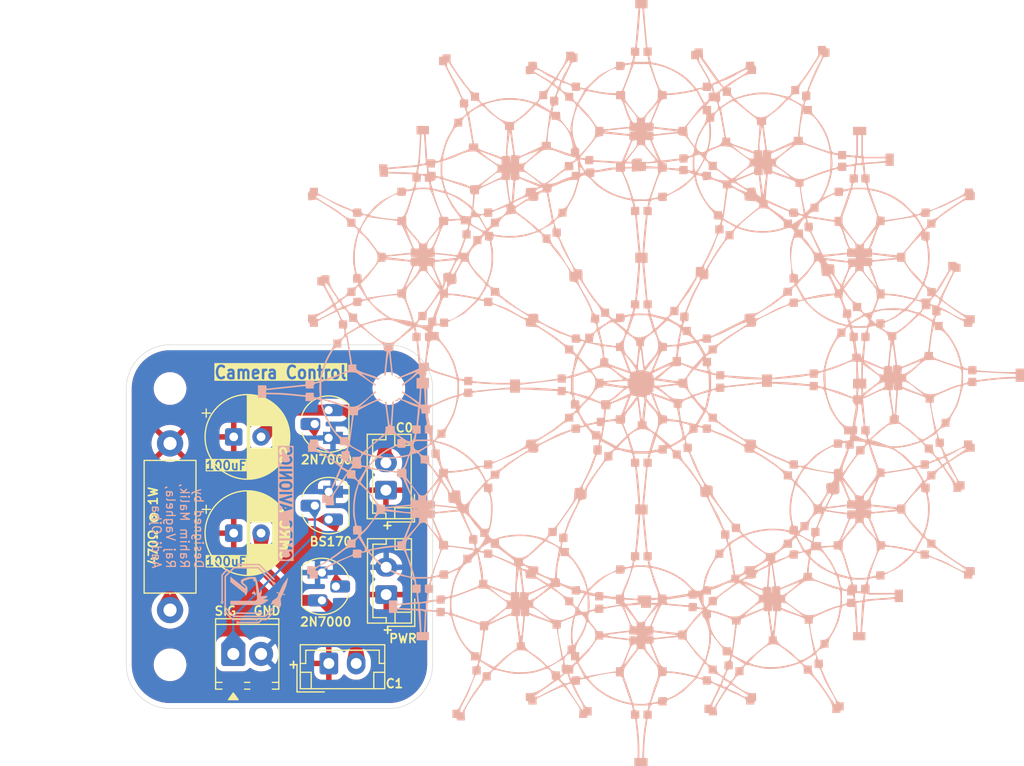
<source format=kicad_pcb>
(kicad_pcb (version 20241229) (generator "pcbnew") (generator_version "9.0")
  (layers (0 "F.Cu" signal) (2 "B.Cu" signal) (13 "F.Paste" user) (15 "B.Paste" user) (5 "F.SilkS" user "F.Silkscreen") (7 "B.SilkS" user "B.Silkscreen") (1 "F.Mask" user) (3 "B.Mask" user) (25 "Edge.Cuts" user))
  (net 0 "")
  (net 1 "Net-(J5-Pin_2)")
  (net 2 "7V4")
  (net 3 "Net-(J6-Pin_2)")
  (net 4 "GND")
  (net 5 "/FLUCTUS IN")
  (net 6 "/STAGE 2")
  (footprint "Resistor_THT:R_Axial_DIN0414_L11.9mm_D4.5mm_P15.24mm_Horizontal" (layer "F.Cu") (at 120 86.995 90)
    (property "Reference" "R0" (hide yes))
    (property "Value" "470 OHMS - 1 W" (hide yes))
    (pad "1" thru_hole circle (at 0 0 90) (size 2.4 2.4) (drill 1.2) (layers "*.Cu" "*.Mask") (net 6 "/STAGE 2"))
    (pad "2" thru_hole circle (at 15.24 0 90) (size 2.4 2.4) (drill 1.2) (layers "*.Cu" "*.Mask") (net 2 "7V4"))
  )
  (footprint "MountingHole:MountingHole_2.5mm" (layer "F.Cu") (at 120 66.73)
    (property "Reference" "REF**" (hide yes))
    (property "Value" "MountingHole_2.5mm" (hide yes))
    (pad "" np_thru_hole circle (at 0 0) (size 2.5 2.5) (drill 2.5) (layers "*.Cu" "*.Mask"))
  )
  (footprint "Package_TO_SOT_THT:TO-92_HandSolder" (layer "F.Cu") (at 134.493 71.247 90)
    (property "Reference" "Q2" (hide yes))
    (property "Value" "2N7000" (hide yes))
    (pad "1" thru_hole rect (at 0 0 90) (size 1.1 1.8) (drill 0.75 (offset 0 0.4)) (layers "*.Cu" "*.Mask") (net 4 "GND"))
    (pad "2" thru_hole roundrect (at 1.27 -1.27 90) (size 1.1 1.8) (drill 0.75 (offset 0 -0.4)) (layers "*.Cu" "*.Mask") (net 6 "/STAGE 2"))
    (pad "3" thru_hole roundrect (at 2.54 0 90) (size 1.1 1.8) (drill 0.75 (offset 0 0.4)) (layers "*.Cu" "*.Mask") (net 1 "Net-(J5-Pin_2)"))
  )
  (footprint "Package_TO_SOT_THT:TO-92_HandSolder" (layer "F.Cu") (at 133.8834 83.567 -90)
    (property "Reference" "Q3" (hide yes))
    (property "Value" "2N7000" (hide yes))
    (pad "1" thru_hole rect (at 0 0 270) (size 1.1 1.8) (drill 0.75 (offset 0 0.4)) (layers "*.Cu" "*.Mask") (net 4 "GND"))
    (pad "2" thru_hole roundrect (at 1.27 -1.27 270) (size 1.1 1.8) (drill 0.75 (offset 0 -0.4)) (layers "*.Cu" "*.Mask") (net 6 "/STAGE 2"))
    (pad "3" thru_hole roundrect (at 2.54 0 270) (size 1.1 1.8) (drill 0.75 (offset 0 0.4)) (layers "*.Cu" "*.Mask") (net 3 "Net-(J6-Pin_2)"))
  )
  (footprint "MountingHole:MountingHole_2.5mm" (layer "F.Cu") (at 120 92)
    (property "Reference" "REF**" (hide yes))
    (property "Value" "MountingHole_2.5mm" (hide yes))
    (pad "" np_thru_hole circle (at 0 0) (size 2.5 2.5) (drill 2.5) (layers "*.Cu" "*.Mask"))
  )
  (footprint "TerminalBlock_Phoenix:TerminalBlock_Phoenix_MPT-0,5-2-2.54_1x02_P2.54mm_Horizontal" (layer "F.Cu") (at 125.7808 91.0082)
    (property "Reference" "J2" (hide yes))
    (property "Value" "Screw_Terminal_2_P2.54mm" (hide yes))
    (pad "1" thru_hole roundrect (at 0 0) (size 2.2 2.2) (drill 1.1) (layers "*.Cu" "*.Mask") (roundrect_rratio 0.113636) (net 5 "/FLUCTUS IN"))
    (pad "2" thru_hole circle (at 2.54 0) (size 2.2 2.2) (drill 1.1) (layers "*.Cu" "*.Mask") (net 4 "GND"))
  )
  (footprint "Package_TO_SOT_THT:TO-92_HandSolder" (layer "F.Cu") (at 132.965 76.1746 -90)
    (property "Reference" "Q4" (hide yes))
    (property "Value" "BS170" (hide yes))
    (pad "1" thru_hole rect (at 0 -1.54 270) (size 1.1 1.8) (drill 0.75 (offset 0 -0.4)) (layers "*.Cu" "*.Mask") (net 4 "GND"))
    (pad "2" thru_hole roundrect (at 1.27 -0.27 270) (size 1.1 1.8) (drill 0.75 (offset 0 0.4)) (layers "*.Cu" "*.Mask") (net 5 "/FLUCTUS IN"))
    (pad "3" thru_hole roundrect (at 2.54 -1.54 270) (size 1.1 1.8) (drill 0.75 (offset 0 -0.4)) (layers "*.Cu" "*.Mask") (net 6 "/STAGE 2"))
  )
  (footprint "Connector_JST:JST_EH_B2B-EH-A_1x02_P2.50mm_Vertical" (layer "F.Cu") (at 139.7302 76.0276 90)
    (property "Reference" "J5" (hide yes))
    (property "Value" "CAM 0 JST" (hide yes))
    (pad "1" thru_hole roundrect (at 0 0 90) (size 1.7 2) (drill 1) (layers "*.Cu" "*.Mask") (roundrect_rratio 0.147059) (net 2 "7V4"))
    (pad "2" thru_hole oval (at 2.5 0 90) (size 1.7 2) (drill 1) (layers "*.Cu" "*.Mask") (net 1 "Net-(J5-Pin_2)"))
  )
  (footprint "Connector_JST:JST_EH_B2B-EH-A_1x02_P2.50mm_Vertical" (layer "F.Cu") (at 139.756307 85.578707 90)
    (property "Reference" "J4" (hide yes))
    (property "Value" "2S LIPO JST" (hide yes))
    (pad "1" thru_hole roundrect (at 0 0 90) (size 1.7 2) (drill 1) (layers "*.Cu" "*.Mask") (roundrect_rratio 0.147059) (net 2 "7V4"))
    (pad "2" thru_hole oval (at 2.5 0 90) (size 1.7 2) (drill 1) (layers "*.Cu" "*.Mask") (net 4 "GND"))
  )
  (footprint "Capacitor_THT:CP_Radial_D7.5mm_P2.50mm" (layer "F.Cu") (at 125.8208 79.9592)
    (property "Reference" "C1" (hide yes))
    (property "Value" "100 uF" (hide yes))
    (pad "1" thru_hole roundrect (at 0 0) (size 1.6 1.6) (drill 0.8) (layers "*.Cu" "*.Mask") (roundrect_rratio 0.15625) (net 2 "7V4"))
    (pad "2" thru_hole circle (at 2.5 0) (size 1.6 1.6) (drill 0.8) (layers "*.Cu" "*.Mask") (net 3 "Net-(J6-Pin_2)"))
  )
  (footprint "MountingHole:MountingHole_2.5mm" (layer "F.Cu") (at 140 66.73)
    (property "Reference" "REF**" (hide yes))
    (property "Value" "MountingHole_2.5mm" (hide yes))
    (pad "" np_thru_hole circle (at 0 0) (size 2.5 2.5) (drill 2.5) (layers "*.Cu" "*.Mask"))
  )
  (footprint "Capacitor_THT:CP_Radial_D7.5mm_P2.50mm" (layer "F.Cu") (at 125.8208 71.1554)
    (property "Reference" "C0" (hide yes))
    (property "Value" "100 uF" (hide yes))
    (pad "1" thru_hole roundrect (at 0 0) (size 1.6 1.6) (drill 0.8) (layers "*.Cu" "*.Mask") (roundrect_rratio 0.15625) (net 2 "7V4"))
    (pad "2" thru_hole circle (at 2.5 0) (size 1.6 1.6) (drill 0.8) (layers "*.Cu" "*.Mask") (net 1 "Net-(J5-Pin_2)"))
  )
  (footprint "Connector_JST:JST_EH_B2B-EH-A_1x02_P2.50mm_Vertical" (layer "F.Cu") (at 134.513 91.8766)
    (property "Reference" "J6" (hide yes))
    (property "Value" "CAM 1 JST" (hide yes))
    (pad "1" thru_hole roundrect (at 0 0) (size 1.7 2) (drill 1) (layers "*.Cu" "*.Mask") (roundrect_rratio 0.147059) (net 2 "7V4"))
    (pad "2" thru_hole oval (at 2.5 0) (size 1.7 2) (drill 1) (layers "*.Cu" "*.Mask") (net 3 "Net-(J6-Pin_2)"))
  )
  (footprint "LOGO" (layer "B.Cu") (at 163.0426 66.2432 180)
    (property "Reference" "G***" (hide yes))
    (property "Value" "LOGO" (hide yes))
  )
  (footprint "Logo:logo" (layer "B.Cu") (at 131.9022 89.789 90)
    (property "Reference" "svg2mod" (hide yes))
    (property "Value" "G***" (hide yes))
  )
  (gr_arc (start 144 92) (mid 142.828427 94.828427) (end 140 96) (stroke (width 0.05)) (layer "Edge.Cuts"))
  (gr_line (start 144 66.73) (end 144 91) (stroke (width 0.05)) (layer "Edge.Cuts"))
  (gr_line (start 140 62.73) (end 120 62.73) (stroke (width 0.05)) (layer "Edge.Cuts"))
  (gr_arc (start 116 66.73) (mid 117.171573 63.901573) (end 120 62.73) (stroke (width 0.05)) (layer "Edge.Cuts"))
  (gr_arc (start 140 62.73) (mid 142.828427 63.901573) (end 144 66.73) (stroke (width 0.05)) (layer "Edge.Cuts"))
  (gr_line (start 140 96) (end 120 96) (stroke (width 0.05)) (layer "Edge.Cuts"))
  (gr_line (start 144 91) (end 144 92) (stroke (width 0.05)) (layer "Edge.Cuts"))
  (gr_arc (start 120 96) (mid 117.171573 94.828427) (end 116 92) (stroke (width 0.05)) (layer "Edge.Cuts"))
  (gr_line (start 116 92) (end 116 66.73) (stroke (width 0.05)) (layer "Edge.Cuts"))
  (gr_text "470Ω @ 1W" (at 118.9228 82.9564 90) (layer "F.SilkS") (effects (font (size 0.8001 0.8001) (thickness 0.16002) (bold yes)) (justify left bottom)))
  (gr_text "BS170" (at 132.6642 81.2038 0) (layer "F.SilkS") (effects (font (size 0.8001 0.8001) (thickness 0.16002) (bold yes)) (justify left bottom)))
  (gr_text "+" (at 130.683 92.4052 0) (layer "F.SilkS") (effects (font (size 0.8001 0.8001) (thickness 0.16002) (bold yes)) (justify left bottom)))
  (gr_text "100uF" (at 123.1646 74.2442 0) (layer "F.SilkS" knockout) (effects (font (size 0.8001 0.8001) (thickness 0.16002) (bold yes)) (justify left bottom)))
  (gr_text "+" (at 139.2682 79.6798 0) (layer "F.SilkS") (effects (font (size 0.8001 0.8001) (thickness 0.16002) (bold yes)) (justify left bottom)))
  (gr_text "C1" (at 139.623 94.1866 0) (layer "F.SilkS") (effects (font (size 0.8001 0.8001) (thickness 0.16002) (bold yes)) (justify left bottom)))
  (gr_text "C0" (at 140.5382 70.7898 0) (layer "F.SilkS") (effects (font (size 0.8001 0.8001) (thickness 0.16002) (bold yes)) (justify left bottom)))
  (gr_text "+" (at 139.2936 89.2302 0) (layer "F.SilkS") (effects (font (size 0.8001 0.8001) (thickness 0.16002) (bold yes)) (justify left bottom)))
  (gr_text "2N7000" (at 131.8768 73.7108 0) (layer "F.SilkS") (effects (font (size 0.8001 0.8001) (thickness 0.16002) (bold yes)) (justify left bottom)))
  (gr_text "SIG" (at 123.9774 87.5538 0) (layer "F.SilkS") (effects (font (size 0.8001 0.8001) (thickness 0.16002) (bold yes)) (justify left bottom)))
  (gr_text "GND" (at 127.5334 87.5284 0) (layer "F.SilkS") (effects (font (size 0.8001 0.8001) (thickness 0.16002) (bold yes)) (justify left bottom)))
  (gr_text "PWR" (at 139.9286 90.0684 0) (layer "F.SilkS") (effects (font (size 0.8001 0.8001) (thickness 0.16002) (bold yes)) (justify left bottom)))
  (gr_text "100uF" (at 123.1646 83.0326 0) (layer "F.SilkS" knockout) (effects (font (size 0.8001 0.8001) (thickness 0.16002) (bold yes)) (justify left bottom)))
  (gr_text "Camera Control" (at 130.0988 65.9384 0) (layer "F.SilkS" knockout) (effects (font (size 1.143 1.016) (thickness 0.2286) (bold yes)) (justify bottom)))
  (gr_text "2N7000" (at 131.8006 88.5444 0) (layer "F.SilkS") (effects (font (size 0.8001 0.8001) (thickness 0.16002) (bold yes)) (justify left bottom)))
  (gr_text "Designed by\nRahim Malik,\nRaj Vaghela,\nAadi Ojha" (at 118.2878 83.2612 270) (layer "B.SilkS") (effects (font (size 0.8001 0.8001) (thickness 0.12)) (justify left bottom mirror)))
  (gr_text "CMRC AVIONICS" (at 129.9464 82.6008 270) (layer "B.SilkS" knockout) (effects (font (size 1 0.9) (thickness 0.21) (bold yes)) (justify left bottom mirror)))
  (segment (start 139.7302 73.5276) (end 139.7302 72.3186) (width 1) (layer "F.Cu") (net 1))
  (segment (start 136.1186 68.707) (end 134.9096 68.707) (width 1) (layer "F.Cu") (net 1))
  (segment (start 134.4542 68.707) (end 130.7692 68.707) (width 1) (layer "F.Cu") (net 1))
  (segment (start 135.0908 68.707) (end 135.1662 68.707) (width 1) (layer "F.Cu") (net 1))
  (segment (start 130.7692 68.707) (end 128.4732 71.003) (width 1) (layer "F.Cu") (net 1))
  (segment (start 134.9096 68.707) (end 134.493 68.707) (width 0.6) (layer "F.Cu") (net 1))
  (segment (start 139.7302 72.3186) (end 136.1186 68.707) (width 1) (layer "F.Cu") (net 1))
  (segment (start 128.3208 83.058) (end 131.3688 86.106) (width 1) (layer "F.Cu") (net 3))
  (segment (start 131.3688 86.106) (end 133.6936 86.106) (width 1) (layer "F.Cu") (net 3))
  (segment (start 134.0228 86.2464) (end 137.013 89.2366) (width 1) (layer "F.Cu") (net 3))
  (segment (start 128.3208 79.9592) (end 128.3208 83.058) (width 1) (layer "F.Cu") (net 3))
  (segment (start 137.013 89.2366) (end 137.013 91.8766) (width 1) (layer "F.Cu") (net 3))
  (segment (start 128.3208 80.6452) (end 128.3208 79.9592) (width 0.2) (layer "F.Cu") (net 3))
  (segment (start 137.013 91.206) (end 137.0584 91.1606) (width 0.2) (layer "F.Cu") (net 3))
  (segment (start 133.235 80.125) (end 133.235 77.4446) (width 0.2) (layer "B.Cu") (net 5))
  (segment (start 125.7808 91.0082) (end 125.7808 87.5792) (width 0.2) (layer "B.Cu") (net 5))
  (segment (start 125.7808 87.5792) (end 133.235 80.125) (width 0.2) (layer "B.Cu") (net 5))
  (segment (start 123.571 77.47) (end 120 81.041) (width 0.2) (layer "F.Cu") (net 6))
  (segment (start 133.223 69.977) (end 133.223 73.4314) (width 0.2) (layer "F.Cu") (net 6))
  (segment (start 129.1844 77.47) (end 123.571 77.47) (width 0.2) (layer "F.Cu") (net 6))
  (segment (start 133.223 73.4314) (end 129.1844 77.47) (width 0.2) (layer "F.Cu") (net 6))
  (segment (start 134.505 78.7146) (end 130.429 78.7146) (width 0.2) (layer "F.Cu") (net 6))
  (segment (start 135.1534 84.837) (end 135.1534 79.363) (width 0.2) (layer "F.Cu") (net 6))
  (segment (start 130.429 78.7146) (end 129.1844 77.47) (width 0.2) (layer "F.Cu") (net 6))
  (segment (start 120 81.041) (end 120 86.995) (width 0.2) (layer "F.Cu") (net 6))
  (segment (start 135.1534 79.363) (end 134.505 78.7146) (width 0.2) (layer "F.Cu") (net 6))
  (zone (net 2) (net_name "7V4") (layer "F.Cu") (connect_pads (clearance 0.5)) (min_thickness 0.25) (fill yes (thermal_gap 0.5) (thermal_bridge_width 0.5))
    (polygon (pts (xy 116.1016 62.7046) (xy 144.1016 62.7046) (xy 144 96) (xy 116 96)))
  )
  (zone (net 4) (net_name "GND") (layer "B.Cu") (priority 1) (connect_pads (clearance 0.5)) (min_thickness 0.25) (fill yes (thermal_gap 0.5) (thermal_bridge_width 0.5))
    (polygon (pts (xy 144 62.7046) (xy 144 96) (xy 116 96) (xy 116 62.7046)))
  )
)
</source>
